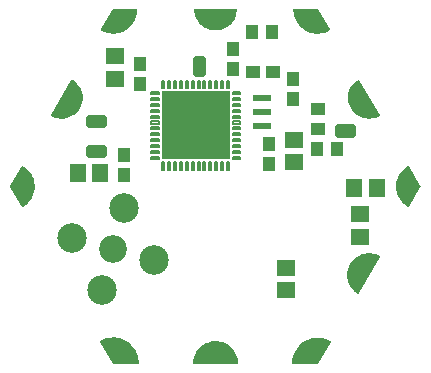
<source format=gbr>
G04 EAGLE Gerber X2 export*
%TF.Part,Single*%
%TF.FileFunction,Soldermask,Bot,1*%
%TF.FilePolarity,Negative*%
%TF.GenerationSoftware,Autodesk,EAGLE,8.6.3*%
%TF.CreationDate,2018-03-24T11:36:11Z*%
G75*
%MOMM*%
%FSLAX34Y34*%
%LPD*%
%AMOC8*
5,1,8,0,0,1.08239X$1,22.5*%
G01*
%ADD10R,1.101600X1.201600*%
%ADD11R,1.601600X1.401600*%
%ADD12C,0.175794*%
%ADD13R,5.801588X5.801588*%
%ADD14R,1.501597X0.501600*%
%ADD15R,1.401600X1.601600*%
%ADD16R,1.201600X1.101600*%
%ADD17C,0.550797*%
%ADD18C,1.101597*%
%ADD19C,2.501600*%
%ADD20C,2.351600*%

G36*
X191682Y-498D02*
X191682Y-498D01*
X191776Y-486D01*
X191792Y-478D01*
X191810Y-475D01*
X191891Y-427D01*
X191975Y-384D01*
X191988Y-370D01*
X192004Y-361D01*
X192063Y-288D01*
X192127Y-218D01*
X192134Y-201D01*
X192145Y-187D01*
X192175Y-98D01*
X192211Y-10D01*
X192212Y10D01*
X192217Y26D01*
X192216Y76D01*
X192222Y177D01*
X191932Y3397D01*
X191925Y3421D01*
X191925Y3422D01*
X191925Y3423D01*
X191921Y3436D01*
X191916Y3492D01*
X191446Y5402D01*
X191431Y5435D01*
X191420Y5483D01*
X190580Y7613D01*
X190571Y7628D01*
X190564Y7649D01*
X189824Y9229D01*
X189805Y9256D01*
X189787Y9297D01*
X188857Y10777D01*
X188836Y10801D01*
X188814Y10838D01*
X187744Y12168D01*
X187737Y12174D01*
X187731Y12183D01*
X186521Y13593D01*
X186487Y13621D01*
X186445Y13668D01*
X184515Y15268D01*
X184486Y15285D01*
X184452Y15314D01*
X181752Y17044D01*
X181707Y17063D01*
X181636Y17103D01*
X179536Y17903D01*
X179516Y17906D01*
X179494Y17917D01*
X177644Y18477D01*
X177607Y18481D01*
X177560Y18496D01*
X174730Y18946D01*
X174688Y18946D01*
X174630Y18954D01*
X172370Y18954D01*
X172347Y18950D01*
X172317Y18952D01*
X170527Y18802D01*
X170498Y18794D01*
X170459Y18793D01*
X168549Y18423D01*
X168514Y18409D01*
X168463Y18399D01*
X166613Y17759D01*
X166601Y17753D01*
X166584Y17749D01*
X164714Y16999D01*
X164684Y16980D01*
X164640Y16964D01*
X162960Y16024D01*
X162935Y16003D01*
X162896Y15982D01*
X161296Y14812D01*
X161275Y14790D01*
X161243Y14769D01*
X159543Y13219D01*
X159520Y13189D01*
X159482Y13155D01*
X157962Y11325D01*
X157948Y11300D01*
X157923Y11272D01*
X156613Y9312D01*
X156600Y9283D01*
X156575Y9248D01*
X155715Y7558D01*
X155703Y7520D01*
X155679Y7472D01*
X154809Y4882D01*
X154803Y4845D01*
X154787Y4798D01*
X154417Y2838D01*
X154416Y2805D01*
X154407Y2764D01*
X154403Y2700D01*
X154386Y2620D01*
X154367Y2534D01*
X154307Y1664D01*
X154308Y1661D01*
X154307Y1659D01*
X154217Y189D01*
X154227Y105D01*
X154229Y20D01*
X154240Y-6D01*
X154243Y-34D01*
X154282Y-109D01*
X154313Y-188D01*
X154332Y-209D01*
X154345Y-234D01*
X154407Y-291D01*
X154465Y-354D01*
X154490Y-367D01*
X154510Y-386D01*
X154589Y-418D01*
X154664Y-456D01*
X154695Y-461D01*
X154718Y-470D01*
X154768Y-472D01*
X154849Y-484D01*
X191589Y-514D01*
X191682Y-498D01*
G37*
G36*
X294160Y58970D02*
X294160Y58970D01*
X294177Y58968D01*
X294269Y58994D01*
X294363Y59014D01*
X294377Y59023D01*
X294393Y59028D01*
X294471Y59083D01*
X294552Y59135D01*
X294563Y59150D01*
X294576Y59159D01*
X294603Y59200D01*
X294669Y59282D01*
X312579Y90152D01*
X312608Y90232D01*
X312644Y90309D01*
X312646Y90337D01*
X312655Y90363D01*
X312654Y90448D01*
X312661Y90533D01*
X312654Y90559D01*
X312653Y90587D01*
X312623Y90667D01*
X312600Y90749D01*
X312583Y90771D01*
X312574Y90797D01*
X312517Y90861D01*
X312467Y90930D01*
X312442Y90947D01*
X312426Y90966D01*
X312382Y90989D01*
X312314Y91037D01*
X310714Y91837D01*
X310685Y91846D01*
X310651Y91865D01*
X308871Y92525D01*
X308842Y92530D01*
X308806Y92545D01*
X306756Y93065D01*
X306731Y93067D01*
X306700Y93076D01*
X305000Y93346D01*
X304965Y93346D01*
X304918Y93354D01*
X303178Y93404D01*
X303157Y93401D01*
X303129Y93404D01*
X301489Y93324D01*
X301464Y93318D01*
X301432Y93318D01*
X299512Y93048D01*
X299483Y93039D01*
X299444Y93035D01*
X297284Y92485D01*
X297247Y92468D01*
X297192Y92454D01*
X294532Y91324D01*
X294492Y91298D01*
X294424Y91265D01*
X292314Y89835D01*
X292295Y89817D01*
X292266Y89799D01*
X290136Y88039D01*
X290106Y88004D01*
X290054Y87958D01*
X288334Y85908D01*
X288316Y85876D01*
X288284Y85839D01*
X286784Y83469D01*
X286769Y83431D01*
X286738Y83382D01*
X285938Y81532D01*
X285929Y81495D01*
X285908Y81447D01*
X285238Y78987D01*
X285236Y78968D01*
X285229Y78947D01*
X284939Y77527D01*
X284938Y77499D01*
X284929Y77463D01*
X284779Y75953D01*
X284781Y75922D01*
X284776Y75883D01*
X284796Y74173D01*
X284800Y74152D01*
X284798Y74127D01*
X284928Y72587D01*
X284934Y72566D01*
X284934Y72538D01*
X285204Y70888D01*
X285217Y70851D01*
X285225Y70798D01*
X285805Y68968D01*
X285813Y68954D01*
X285817Y68935D01*
X286317Y67615D01*
X286330Y67593D01*
X286341Y67560D01*
X286921Y66380D01*
X286931Y66367D01*
X286938Y66348D01*
X287548Y65268D01*
X287564Y65248D01*
X287579Y65218D01*
X288399Y64038D01*
X288411Y64026D01*
X288422Y64007D01*
X289322Y62867D01*
X289347Y62845D01*
X289374Y62809D01*
X290424Y61769D01*
X290434Y61762D01*
X290444Y61750D01*
X291634Y60670D01*
X291653Y60658D01*
X291674Y60637D01*
X292029Y60365D01*
X292029Y60364D01*
X292840Y59742D01*
X292859Y59723D01*
X293139Y59513D01*
X293183Y59491D01*
X293751Y59084D01*
X293837Y59043D01*
X293921Y58998D01*
X293938Y58995D01*
X293953Y58988D01*
X294049Y58980D01*
X294144Y58966D01*
X294160Y58970D01*
G37*
G36*
X107722Y-499D02*
X107722Y-499D01*
X107806Y-492D01*
X107832Y-480D01*
X107861Y-475D01*
X107933Y-432D01*
X108009Y-396D01*
X108029Y-375D01*
X108054Y-361D01*
X108107Y-295D01*
X108166Y-235D01*
X108177Y-209D01*
X108195Y-187D01*
X108222Y-107D01*
X108256Y-30D01*
X108259Y2D01*
X108267Y26D01*
X108266Y75D01*
X108273Y157D01*
X108163Y2047D01*
X108159Y2065D01*
X108159Y2089D01*
X107829Y4719D01*
X107819Y4752D01*
X107814Y4798D01*
X107314Y6738D01*
X107304Y6760D01*
X107298Y6791D01*
X106808Y8181D01*
X106801Y8194D01*
X106796Y8213D01*
X106336Y9323D01*
X106330Y9332D01*
X106326Y9345D01*
X105766Y10565D01*
X105751Y10587D01*
X105738Y10620D01*
X104968Y11940D01*
X104953Y11957D01*
X104940Y11983D01*
X103900Y13473D01*
X103880Y13493D01*
X103860Y13525D01*
X101880Y15815D01*
X101852Y15838D01*
X101820Y15875D01*
X100540Y17005D01*
X100523Y17015D01*
X100507Y17033D01*
X99167Y18063D01*
X99148Y18073D01*
X99128Y18091D01*
X97678Y19041D01*
X97652Y19052D01*
X97622Y19073D01*
X96062Y19883D01*
X96045Y19888D01*
X96026Y19900D01*
X94416Y20610D01*
X94397Y20615D01*
X94375Y20627D01*
X92655Y21247D01*
X92621Y21252D01*
X92578Y21269D01*
X90688Y21689D01*
X90663Y21690D01*
X90632Y21699D01*
X88192Y22019D01*
X88160Y22017D01*
X88116Y22024D01*
X86156Y22044D01*
X86145Y22042D01*
X86131Y22044D01*
X84771Y22004D01*
X84744Y21998D01*
X84707Y21999D01*
X83117Y21789D01*
X83091Y21781D01*
X83057Y21778D01*
X81027Y21308D01*
X81011Y21301D01*
X80988Y21298D01*
X79248Y20778D01*
X79220Y20763D01*
X79179Y20753D01*
X77109Y19863D01*
X77096Y19854D01*
X77076Y19847D01*
X75616Y19117D01*
X75610Y19112D01*
X75602Y19110D01*
X75452Y18998D01*
X75422Y18968D01*
X75366Y18889D01*
X75307Y18811D01*
X75302Y18797D01*
X75293Y18784D01*
X75269Y18690D01*
X75240Y18597D01*
X75241Y18582D01*
X75238Y18567D01*
X75248Y18470D01*
X75253Y18373D01*
X75259Y18357D01*
X75261Y18344D01*
X75282Y18300D01*
X75323Y18199D01*
X86113Y-191D01*
X86120Y-199D01*
X86123Y-208D01*
X86192Y-284D01*
X86259Y-361D01*
X86268Y-366D01*
X86275Y-374D01*
X86366Y-421D01*
X86455Y-470D01*
X86465Y-472D01*
X86474Y-476D01*
X86660Y-504D01*
X107640Y-514D01*
X107722Y-499D01*
G37*
G36*
X173907Y282021D02*
X173907Y282021D01*
X173951Y282020D01*
X176161Y282270D01*
X176187Y282278D01*
X176222Y282280D01*
X178002Y282660D01*
X178030Y282671D01*
X178070Y282678D01*
X179940Y283298D01*
X179966Y283312D01*
X180003Y283323D01*
X181453Y283983D01*
X181474Y283997D01*
X181505Y284009D01*
X183185Y284969D01*
X183214Y284993D01*
X183258Y285019D01*
X185168Y286499D01*
X185195Y286528D01*
X185239Y286562D01*
X186929Y288332D01*
X186947Y288359D01*
X186977Y288389D01*
X188237Y290069D01*
X188251Y290097D01*
X188277Y290130D01*
X189377Y292010D01*
X189391Y292046D01*
X189418Y292091D01*
X190248Y294131D01*
X190255Y294168D01*
X190275Y294217D01*
X190925Y296827D01*
X190927Y296855D01*
X190938Y296891D01*
X191198Y298731D01*
X191197Y298767D01*
X191204Y298814D01*
X191214Y299874D01*
X191203Y299942D01*
X191201Y300011D01*
X191184Y300052D01*
X191177Y300095D01*
X191142Y300155D01*
X191116Y300219D01*
X191086Y300251D01*
X191064Y300289D01*
X191011Y300334D01*
X190964Y300385D01*
X190925Y300405D01*
X190892Y300433D01*
X190826Y300455D01*
X190765Y300487D01*
X190715Y300494D01*
X190680Y300506D01*
X190638Y300506D01*
X190579Y300514D01*
X155759Y300474D01*
X155705Y300465D01*
X155651Y300465D01*
X155596Y300445D01*
X155539Y300434D01*
X155491Y300406D01*
X155440Y300388D01*
X155396Y300350D01*
X155345Y300320D01*
X155311Y300277D01*
X155269Y300242D01*
X155241Y300191D01*
X155204Y300146D01*
X155187Y300094D01*
X155160Y300046D01*
X155151Y299988D01*
X155133Y299933D01*
X155134Y299878D01*
X155126Y299824D01*
X155138Y299755D01*
X155139Y299709D01*
X155151Y299680D01*
X155156Y299652D01*
X155330Y298100D01*
X155334Y298085D01*
X155334Y298065D01*
X155774Y295435D01*
X155789Y295394D01*
X155801Y295332D01*
X156751Y292592D01*
X156774Y292551D01*
X156802Y292481D01*
X158182Y290111D01*
X158201Y290088D01*
X158219Y290054D01*
X159449Y288384D01*
X159476Y288358D01*
X159506Y288317D01*
X161036Y286747D01*
X161062Y286729D01*
X161091Y286697D01*
X162771Y285337D01*
X162791Y285326D01*
X162799Y285317D01*
X162815Y285309D01*
X162838Y285289D01*
X164908Y284019D01*
X164941Y284007D01*
X164980Y283981D01*
X166920Y283111D01*
X166956Y283103D01*
X167000Y283082D01*
X168860Y282532D01*
X168893Y282528D01*
X168935Y282515D01*
X171735Y282045D01*
X171776Y282045D01*
X171834Y282036D01*
X173874Y282016D01*
X173907Y282021D01*
G37*
G36*
X259753Y-482D02*
X259753Y-482D01*
X259765Y-484D01*
X259863Y-462D01*
X259961Y-445D01*
X259972Y-438D01*
X259984Y-435D01*
X260068Y-381D01*
X260154Y-330D01*
X260162Y-321D01*
X260173Y-314D01*
X260289Y-167D01*
X270759Y17993D01*
X270783Y18060D01*
X270816Y18123D01*
X270821Y18165D01*
X270835Y18204D01*
X270835Y18275D01*
X270843Y18346D01*
X270833Y18387D01*
X270833Y18429D01*
X270808Y18495D01*
X270791Y18564D01*
X270768Y18599D01*
X270753Y18638D01*
X270706Y18692D01*
X270666Y18750D01*
X270628Y18780D01*
X270605Y18807D01*
X270567Y18827D01*
X270518Y18865D01*
X268788Y19825D01*
X268759Y19834D01*
X268725Y19855D01*
X266645Y20725D01*
X266612Y20732D01*
X266572Y20751D01*
X264512Y21331D01*
X264479Y21334D01*
X264437Y21347D01*
X262307Y21677D01*
X262291Y21676D01*
X262271Y21681D01*
X260721Y21831D01*
X260698Y21829D01*
X260670Y21834D01*
X258750Y21864D01*
X258720Y21859D01*
X258680Y21861D01*
X256900Y21691D01*
X256875Y21684D01*
X256841Y21683D01*
X255161Y21363D01*
X255146Y21357D01*
X255125Y21355D01*
X253175Y20865D01*
X253149Y20853D01*
X253113Y20846D01*
X251083Y20106D01*
X251057Y20091D01*
X251019Y20079D01*
X248809Y18989D01*
X248784Y18970D01*
X248746Y18953D01*
X246996Y17823D01*
X246976Y17804D01*
X246946Y17787D01*
X245586Y16707D01*
X245568Y16686D01*
X245539Y16666D01*
X244089Y15266D01*
X244075Y15246D01*
X244051Y15225D01*
X243081Y14105D01*
X243068Y14084D01*
X243046Y14061D01*
X241926Y12511D01*
X241917Y12494D01*
X241901Y12474D01*
X241181Y11314D01*
X241176Y11302D01*
X241166Y11289D01*
X240246Y9639D01*
X240238Y9617D01*
X240222Y9591D01*
X239512Y8021D01*
X239502Y7981D01*
X239478Y7927D01*
X238778Y5357D01*
X238777Y5339D01*
X238769Y5319D01*
X238449Y3779D01*
X238448Y3752D01*
X238439Y3719D01*
X238239Y1879D01*
X238241Y1864D01*
X238237Y1846D01*
X238157Y436D01*
X238159Y420D01*
X238156Y400D01*
X238156Y150D01*
X238167Y85D01*
X238169Y19D01*
X238187Y-24D01*
X238195Y-71D01*
X238229Y-128D01*
X238254Y-188D01*
X238285Y-223D01*
X238310Y-264D01*
X238361Y-306D01*
X238405Y-354D01*
X238447Y-376D01*
X238484Y-405D01*
X238546Y-426D01*
X238605Y-457D01*
X238659Y-465D01*
X238696Y-477D01*
X238736Y-476D01*
X238790Y-484D01*
X259740Y-484D01*
X259753Y-482D01*
G37*
G36*
X304211Y207306D02*
X304211Y207306D01*
X304231Y207310D01*
X304256Y207308D01*
X306046Y207468D01*
X306083Y207478D01*
X306134Y207482D01*
X308234Y207972D01*
X308268Y207987D01*
X308316Y207997D01*
X310516Y208837D01*
X310532Y208847D01*
X310554Y208853D01*
X311864Y209453D01*
X311941Y209507D01*
X312020Y209555D01*
X312032Y209570D01*
X312048Y209581D01*
X312102Y209658D01*
X312159Y209731D01*
X312165Y209750D01*
X312177Y209766D01*
X312200Y209856D01*
X312228Y209945D01*
X312228Y209964D01*
X312233Y209983D01*
X312223Y210076D01*
X312219Y210169D01*
X312211Y210189D01*
X312209Y210206D01*
X312187Y210251D01*
X312151Y210344D01*
X295201Y240134D01*
X295164Y240179D01*
X295135Y240229D01*
X295093Y240264D01*
X295058Y240306D01*
X295007Y240335D01*
X294962Y240372D01*
X294910Y240390D01*
X294863Y240417D01*
X294805Y240427D01*
X294750Y240446D01*
X294695Y240445D01*
X294642Y240454D01*
X294584Y240443D01*
X294526Y240442D01*
X294465Y240420D01*
X294421Y240412D01*
X294392Y240394D01*
X294349Y240378D01*
X294219Y240308D01*
X294201Y240294D01*
X294173Y240281D01*
X292673Y239301D01*
X292650Y239279D01*
X292613Y239256D01*
X290953Y237866D01*
X290932Y237841D01*
X290897Y237814D01*
X289537Y236364D01*
X289517Y236333D01*
X289482Y236296D01*
X288422Y234796D01*
X288413Y234777D01*
X288396Y234757D01*
X287506Y233277D01*
X287494Y233244D01*
X287469Y233204D01*
X286539Y231074D01*
X286530Y231039D01*
X286510Y230995D01*
X285810Y228555D01*
X285806Y228517D01*
X285792Y228467D01*
X285502Y226377D01*
X285503Y226339D01*
X285496Y226287D01*
X285506Y224197D01*
X285511Y224169D01*
X285510Y224131D01*
X285750Y221941D01*
X285759Y221909D01*
X285763Y221863D01*
X286243Y219843D01*
X286254Y219818D01*
X286261Y219782D01*
X286881Y217992D01*
X286899Y217960D01*
X286915Y217913D01*
X287805Y216163D01*
X287824Y216137D01*
X287842Y216099D01*
X288972Y214399D01*
X288997Y214372D01*
X289025Y214330D01*
X290835Y212280D01*
X290862Y212259D01*
X290892Y212223D01*
X292102Y211163D01*
X292119Y211153D01*
X292136Y211135D01*
X293306Y210245D01*
X293334Y210231D01*
X293367Y210204D01*
X294787Y209364D01*
X294814Y209354D01*
X294846Y209333D01*
X296246Y208693D01*
X296272Y208687D01*
X296301Y208671D01*
X298451Y207921D01*
X298484Y207916D01*
X298527Y207900D01*
X300577Y207460D01*
X300608Y207459D01*
X300649Y207449D01*
X302399Y207279D01*
X302430Y207281D01*
X302471Y207276D01*
X304211Y207306D01*
G37*
G36*
X45066Y207356D02*
X45066Y207356D01*
X45103Y207364D01*
X45155Y207366D01*
X47115Y207726D01*
X47142Y207736D01*
X47180Y207742D01*
X49040Y208292D01*
X49066Y208305D01*
X49103Y208314D01*
X51153Y209164D01*
X51180Y209182D01*
X51221Y209197D01*
X52981Y210187D01*
X53014Y210214D01*
X53068Y210246D01*
X54918Y211736D01*
X54931Y211751D01*
X54952Y211765D01*
X56082Y212815D01*
X56104Y212846D01*
X56143Y212881D01*
X57333Y214351D01*
X57347Y214377D01*
X57373Y214406D01*
X58623Y216346D01*
X58634Y216374D01*
X58657Y216405D01*
X59527Y218135D01*
X59536Y218166D01*
X59557Y218204D01*
X60287Y220224D01*
X60293Y220265D01*
X60313Y220321D01*
X60813Y222931D01*
X60813Y222960D01*
X60822Y222998D01*
X60992Y225048D01*
X60988Y225093D01*
X60991Y225161D01*
X60751Y227651D01*
X60744Y227678D01*
X60742Y227715D01*
X60322Y229805D01*
X60308Y229841D01*
X60297Y229895D01*
X59517Y232065D01*
X59498Y232098D01*
X59479Y232149D01*
X58539Y233909D01*
X58520Y233934D01*
X58502Y233971D01*
X57292Y235721D01*
X57279Y235734D01*
X57267Y235754D01*
X56427Y236814D01*
X56409Y236830D01*
X56391Y236856D01*
X55331Y237976D01*
X55306Y237994D01*
X55280Y238024D01*
X54030Y239084D01*
X54005Y239099D01*
X53977Y239124D01*
X52477Y240144D01*
X52381Y240187D01*
X52326Y240213D01*
X52094Y240363D01*
X52017Y240395D01*
X51943Y240434D01*
X51914Y240438D01*
X51887Y240449D01*
X51804Y240453D01*
X51721Y240464D01*
X51692Y240457D01*
X51663Y240458D01*
X51584Y240432D01*
X51502Y240414D01*
X51477Y240398D01*
X51450Y240389D01*
X51384Y240337D01*
X51314Y240291D01*
X51294Y240265D01*
X51274Y240249D01*
X51248Y240207D01*
X51199Y240143D01*
X34269Y210363D01*
X34239Y210280D01*
X34203Y210198D01*
X34202Y210174D01*
X34194Y210152D01*
X34195Y210063D01*
X34190Y209974D01*
X34197Y209952D01*
X34198Y209928D01*
X34230Y209845D01*
X34256Y209760D01*
X34271Y209741D01*
X34279Y209719D01*
X34338Y209652D01*
X34392Y209582D01*
X34414Y209567D01*
X34429Y209551D01*
X34473Y209527D01*
X34548Y209477D01*
X35348Y209097D01*
X35367Y209092D01*
X35389Y209079D01*
X37899Y208099D01*
X37932Y208093D01*
X37972Y208076D01*
X39802Y207606D01*
X39836Y207603D01*
X39881Y207591D01*
X41711Y207361D01*
X41734Y207362D01*
X41762Y207356D01*
X43332Y207286D01*
X43356Y207290D01*
X43386Y207286D01*
X45066Y207356D01*
G37*
G36*
X260038Y279301D02*
X260038Y279301D01*
X260078Y279298D01*
X262568Y279488D01*
X262599Y279496D01*
X262640Y279497D01*
X264710Y279897D01*
X264746Y279911D01*
X264797Y279921D01*
X267547Y280871D01*
X267579Y280888D01*
X267626Y280904D01*
X269926Y282064D01*
X269992Y282114D01*
X270063Y282157D01*
X270081Y282181D01*
X270105Y282199D01*
X270150Y282269D01*
X270201Y282334D01*
X270210Y282362D01*
X270226Y282387D01*
X270244Y282468D01*
X270269Y282548D01*
X270267Y282578D01*
X270274Y282607D01*
X270262Y282689D01*
X270258Y282772D01*
X270246Y282803D01*
X270242Y282829D01*
X270219Y282872D01*
X270190Y282946D01*
X260280Y300166D01*
X260272Y300176D01*
X260267Y300188D01*
X260200Y300261D01*
X260135Y300338D01*
X260124Y300344D01*
X260115Y300354D01*
X260027Y300399D01*
X259940Y300449D01*
X259927Y300451D01*
X259916Y300456D01*
X259731Y300484D01*
X239761Y300504D01*
X239668Y300488D01*
X239575Y300477D01*
X239559Y300468D01*
X239540Y300465D01*
X239459Y300417D01*
X239376Y300375D01*
X239363Y300361D01*
X239346Y300351D01*
X239287Y300278D01*
X239224Y300209D01*
X239217Y300192D01*
X239205Y300177D01*
X239175Y300088D01*
X239140Y300001D01*
X239138Y299980D01*
X239133Y299964D01*
X239134Y299914D01*
X239128Y299814D01*
X239180Y299231D01*
X239179Y299210D01*
X239219Y298790D01*
X239221Y298783D01*
X239399Y296968D01*
X239406Y296943D01*
X239407Y296909D01*
X239797Y294909D01*
X239808Y294882D01*
X239813Y294846D01*
X240523Y292506D01*
X240540Y292473D01*
X240555Y292423D01*
X241375Y290653D01*
X241382Y290643D01*
X241387Y290628D01*
X242307Y288858D01*
X242334Y288823D01*
X242363Y288769D01*
X243793Y286869D01*
X243805Y286858D01*
X243815Y286841D01*
X244725Y285761D01*
X244750Y285740D01*
X244777Y285706D01*
X246417Y284176D01*
X246433Y284166D01*
X246449Y284148D01*
X247799Y283048D01*
X247832Y283030D01*
X247873Y282997D01*
X249913Y281767D01*
X249937Y281757D01*
X249965Y281738D01*
X251505Y280998D01*
X251531Y280991D01*
X251561Y280975D01*
X253871Y280125D01*
X253901Y280120D01*
X253938Y280104D01*
X255758Y279654D01*
X255787Y279652D01*
X255823Y279642D01*
X257693Y279382D01*
X257721Y279383D01*
X257757Y279376D01*
X260007Y279296D01*
X260038Y279301D01*
G37*
G36*
X87787Y279321D02*
X87787Y279321D01*
X87831Y279320D01*
X89861Y279550D01*
X89883Y279556D01*
X89911Y279557D01*
X91611Y279887D01*
X91640Y279899D01*
X91682Y279906D01*
X94642Y280846D01*
X94682Y280867D01*
X94746Y280889D01*
X97036Y282099D01*
X97058Y282117D01*
X97091Y282132D01*
X99541Y283762D01*
X99573Y283792D01*
X99624Y283828D01*
X101934Y285998D01*
X101960Y286033D01*
X102006Y286077D01*
X103696Y288307D01*
X103709Y288334D01*
X103734Y288364D01*
X105054Y290564D01*
X105067Y290598D01*
X105094Y290642D01*
X106094Y292992D01*
X106102Y293030D01*
X106124Y293081D01*
X106814Y295751D01*
X106816Y295783D01*
X106828Y295824D01*
X107068Y297574D01*
X107068Y297592D01*
X107073Y297614D01*
X107233Y299834D01*
X107223Y299923D01*
X107221Y300011D01*
X107211Y300033D01*
X107209Y300058D01*
X107169Y300137D01*
X107136Y300219D01*
X107120Y300237D01*
X107109Y300258D01*
X107044Y300319D01*
X106984Y300384D01*
X106963Y300395D01*
X106945Y300412D01*
X106864Y300446D01*
X106785Y300487D01*
X106758Y300491D01*
X106739Y300499D01*
X106688Y300501D01*
X106599Y300514D01*
X86649Y300494D01*
X86635Y300492D01*
X86620Y300494D01*
X86524Y300472D01*
X86429Y300454D01*
X86416Y300447D01*
X86401Y300443D01*
X86319Y300390D01*
X86236Y300340D01*
X86226Y300328D01*
X86213Y300320D01*
X86098Y300172D01*
X76298Y282852D01*
X76279Y282798D01*
X76251Y282747D01*
X76242Y282693D01*
X76224Y282641D01*
X76225Y282583D01*
X76216Y282526D01*
X76227Y282472D01*
X76228Y282416D01*
X76249Y282363D01*
X76261Y282306D01*
X76290Y282259D01*
X76310Y282207D01*
X76349Y282164D01*
X76379Y282115D01*
X76430Y282073D01*
X76460Y282040D01*
X76489Y282025D01*
X76524Y281996D01*
X76724Y281876D01*
X76743Y281869D01*
X76763Y281854D01*
X77533Y281464D01*
X77557Y281457D01*
X77583Y281442D01*
X79543Y280652D01*
X79559Y280649D01*
X79576Y280639D01*
X81286Y280059D01*
X81312Y280056D01*
X81343Y280043D01*
X83573Y279513D01*
X83613Y279511D01*
X83668Y279498D01*
X85628Y279338D01*
X85649Y279340D01*
X85674Y279336D01*
X87754Y279316D01*
X87787Y279321D01*
G37*
G36*
X9870Y132513D02*
X9870Y132513D01*
X9962Y132526D01*
X9982Y132535D01*
X9999Y132539D01*
X10042Y132565D01*
X10130Y132608D01*
X11254Y133383D01*
X12637Y134289D01*
X12670Y134320D01*
X12723Y134357D01*
X14753Y136257D01*
X14780Y136293D01*
X14827Y136339D01*
X16247Y138229D01*
X16250Y138236D01*
X16257Y138242D01*
X17587Y140112D01*
X17607Y140155D01*
X17647Y140216D01*
X18677Y142466D01*
X18686Y142501D01*
X18707Y142547D01*
X19657Y145697D01*
X19661Y145731D01*
X19676Y145775D01*
X20056Y148045D01*
X20055Y148075D01*
X20063Y148113D01*
X20193Y150363D01*
X20188Y150402D01*
X20192Y150457D01*
X19922Y153437D01*
X19911Y153475D01*
X19907Y153528D01*
X19377Y155738D01*
X19359Y155778D01*
X19343Y155839D01*
X17923Y159169D01*
X17906Y159195D01*
X17891Y159235D01*
X16851Y161055D01*
X16824Y161087D01*
X16794Y161138D01*
X14734Y163698D01*
X14702Y163725D01*
X14663Y163772D01*
X13123Y165152D01*
X13107Y165162D01*
X13091Y165180D01*
X11351Y166540D01*
X11324Y166554D01*
X11295Y166579D01*
X10145Y167293D01*
X10122Y167319D01*
X10097Y167332D01*
X10077Y167351D01*
X9999Y167384D01*
X9924Y167424D01*
X9896Y167428D01*
X9870Y167439D01*
X9786Y167442D01*
X9702Y167454D01*
X9674Y167447D01*
X9646Y167449D01*
X9565Y167423D01*
X9483Y167404D01*
X9459Y167389D01*
X9432Y167380D01*
X9330Y167305D01*
X9295Y167282D01*
X9289Y167274D01*
X9282Y167268D01*
X9272Y167258D01*
X9257Y167237D01*
X9237Y167221D01*
X9207Y167170D01*
X9179Y167134D01*
X9151Y167086D01*
X9143Y167074D01*
X9142Y167070D01*
X-401Y150334D01*
X-404Y150326D01*
X-410Y150319D01*
X-442Y150220D01*
X-476Y150123D01*
X-476Y150114D01*
X-479Y150105D01*
X-474Y150001D01*
X-472Y149898D01*
X-469Y149890D01*
X-469Y149881D01*
X-401Y149706D01*
X9219Y132816D01*
X9278Y132745D01*
X9333Y132670D01*
X9350Y132659D01*
X9363Y132644D01*
X9443Y132598D01*
X9521Y132547D01*
X9540Y132542D01*
X9557Y132532D01*
X9649Y132517D01*
X9740Y132496D01*
X9759Y132499D01*
X9779Y132496D01*
X9870Y132513D01*
G37*
G36*
X336742Y132574D02*
X336742Y132574D01*
X336776Y132573D01*
X336851Y132599D01*
X336928Y132616D01*
X336956Y132635D01*
X336988Y132646D01*
X337049Y132696D01*
X337116Y132739D01*
X337139Y132769D01*
X337162Y132788D01*
X337186Y132829D01*
X337231Y132886D01*
X346801Y149706D01*
X346805Y149716D01*
X346811Y149724D01*
X346842Y149821D01*
X346876Y149918D01*
X346876Y149928D01*
X346879Y149937D01*
X346874Y150040D01*
X346872Y150142D01*
X346869Y150151D01*
X346868Y150161D01*
X346800Y150336D01*
X337140Y167146D01*
X337136Y167150D01*
X337135Y167154D01*
X337131Y167158D01*
X337127Y167167D01*
X337060Y167241D01*
X336995Y167318D01*
X336985Y167324D01*
X336976Y167333D01*
X336888Y167379D01*
X336800Y167428D01*
X336788Y167430D01*
X336777Y167436D01*
X336678Y167448D01*
X336579Y167464D01*
X336567Y167462D01*
X336554Y167463D01*
X336371Y167425D01*
X336181Y167355D01*
X336138Y167330D01*
X336044Y167285D01*
X334864Y166485D01*
X334858Y166479D01*
X334847Y166473D01*
X333607Y165573D01*
X333580Y165545D01*
X333537Y165514D01*
X331747Y163764D01*
X331730Y163740D01*
X331701Y163714D01*
X330211Y161914D01*
X330198Y161890D01*
X330174Y161864D01*
X328674Y159634D01*
X328656Y159594D01*
X328622Y159541D01*
X327652Y157391D01*
X327646Y157366D01*
X327631Y157338D01*
X326931Y155318D01*
X326924Y155278D01*
X326906Y155224D01*
X326516Y153084D01*
X326516Y153057D01*
X326508Y153023D01*
X326268Y150173D01*
X326271Y150143D01*
X326266Y150102D01*
X326336Y147612D01*
X326346Y147566D01*
X326351Y147491D01*
X327081Y144241D01*
X327095Y144209D01*
X327104Y144164D01*
X328054Y141544D01*
X328077Y141504D01*
X328104Y141438D01*
X329544Y138998D01*
X329565Y138973D01*
X329585Y138936D01*
X331165Y136856D01*
X331190Y136834D01*
X331216Y136797D01*
X332806Y135167D01*
X332833Y135148D01*
X332864Y135115D01*
X334414Y133875D01*
X334442Y133860D01*
X334474Y133832D01*
X336344Y132662D01*
X336417Y132633D01*
X336487Y132596D01*
X336520Y132591D01*
X336552Y132579D01*
X336631Y132577D01*
X336709Y132566D01*
X336742Y132574D01*
G37*
D10*
X238895Y224050D03*
X238895Y241050D03*
D11*
X239572Y170600D03*
X239572Y189600D03*
D10*
X258889Y181496D03*
X275889Y181496D03*
D12*
X187807Y228183D02*
X187807Y229941D01*
X194065Y229941D01*
X194065Y228183D01*
X187807Y228183D01*
X187807Y229940D02*
X194065Y229940D01*
X187807Y224941D02*
X187807Y223183D01*
X187807Y224941D02*
X194065Y224941D01*
X194065Y223183D01*
X187807Y223183D01*
X187807Y224940D02*
X194065Y224940D01*
X187807Y219941D02*
X187807Y218183D01*
X187807Y219941D02*
X194065Y219941D01*
X194065Y218183D01*
X187807Y218183D01*
X187807Y219940D02*
X194065Y219940D01*
X187807Y214941D02*
X187807Y213183D01*
X187807Y214941D02*
X194065Y214941D01*
X194065Y213183D01*
X187807Y213183D01*
X187807Y214940D02*
X194065Y214940D01*
X187807Y209941D02*
X187807Y208183D01*
X187807Y209941D02*
X194065Y209941D01*
X194065Y208183D01*
X187807Y208183D01*
X187807Y209940D02*
X194065Y209940D01*
X187807Y204941D02*
X187807Y203183D01*
X187807Y204941D02*
X194065Y204941D01*
X194065Y203183D01*
X187807Y203183D01*
X187807Y204940D02*
X194065Y204940D01*
X187807Y199941D02*
X187807Y198183D01*
X187807Y199941D02*
X194065Y199941D01*
X194065Y198183D01*
X187807Y198183D01*
X187807Y199940D02*
X194065Y199940D01*
X187807Y194941D02*
X187807Y193183D01*
X187807Y194941D02*
X194065Y194941D01*
X194065Y193183D01*
X187807Y193183D01*
X187807Y194940D02*
X194065Y194940D01*
X187807Y189941D02*
X187807Y188183D01*
X187807Y189941D02*
X194065Y189941D01*
X194065Y188183D01*
X187807Y188183D01*
X187807Y189940D02*
X194065Y189940D01*
X187807Y184941D02*
X187807Y183183D01*
X187807Y184941D02*
X194065Y184941D01*
X194065Y183183D01*
X187807Y183183D01*
X187807Y184940D02*
X194065Y184940D01*
X187807Y179941D02*
X187807Y178183D01*
X187807Y179941D02*
X194065Y179941D01*
X194065Y178183D01*
X187807Y178183D01*
X187807Y179940D02*
X194065Y179940D01*
X187807Y174941D02*
X187807Y173183D01*
X187807Y174941D02*
X194065Y174941D01*
X194065Y173183D01*
X187807Y173183D01*
X187807Y174940D02*
X194065Y174940D01*
X184815Y170191D02*
X183057Y170191D01*
X184815Y170191D02*
X184815Y163933D01*
X183057Y163933D01*
X183057Y170191D01*
X183057Y165690D02*
X184815Y165690D01*
X184815Y167447D02*
X183057Y167447D01*
X183057Y169204D02*
X184815Y169204D01*
X179815Y170191D02*
X178057Y170191D01*
X179815Y170191D02*
X179815Y163933D01*
X178057Y163933D01*
X178057Y170191D01*
X178057Y165690D02*
X179815Y165690D01*
X179815Y167447D02*
X178057Y167447D01*
X178057Y169204D02*
X179815Y169204D01*
X174815Y170191D02*
X173057Y170191D01*
X174815Y170191D02*
X174815Y163933D01*
X173057Y163933D01*
X173057Y170191D01*
X173057Y165690D02*
X174815Y165690D01*
X174815Y167447D02*
X173057Y167447D01*
X173057Y169204D02*
X174815Y169204D01*
X169815Y170191D02*
X168057Y170191D01*
X169815Y170191D02*
X169815Y163933D01*
X168057Y163933D01*
X168057Y170191D01*
X168057Y165690D02*
X169815Y165690D01*
X169815Y167447D02*
X168057Y167447D01*
X168057Y169204D02*
X169815Y169204D01*
X164815Y170191D02*
X163057Y170191D01*
X164815Y170191D02*
X164815Y163933D01*
X163057Y163933D01*
X163057Y170191D01*
X163057Y165690D02*
X164815Y165690D01*
X164815Y167447D02*
X163057Y167447D01*
X163057Y169204D02*
X164815Y169204D01*
X159815Y170191D02*
X158057Y170191D01*
X159815Y170191D02*
X159815Y163933D01*
X158057Y163933D01*
X158057Y170191D01*
X158057Y165690D02*
X159815Y165690D01*
X159815Y167447D02*
X158057Y167447D01*
X158057Y169204D02*
X159815Y169204D01*
X154815Y170191D02*
X153057Y170191D01*
X154815Y170191D02*
X154815Y163933D01*
X153057Y163933D01*
X153057Y170191D01*
X153057Y165690D02*
X154815Y165690D01*
X154815Y167447D02*
X153057Y167447D01*
X153057Y169204D02*
X154815Y169204D01*
X149815Y170191D02*
X148057Y170191D01*
X149815Y170191D02*
X149815Y163933D01*
X148057Y163933D01*
X148057Y170191D01*
X148057Y165690D02*
X149815Y165690D01*
X149815Y167447D02*
X148057Y167447D01*
X148057Y169204D02*
X149815Y169204D01*
X144815Y170191D02*
X143057Y170191D01*
X144815Y170191D02*
X144815Y163933D01*
X143057Y163933D01*
X143057Y170191D01*
X143057Y165690D02*
X144815Y165690D01*
X144815Y167447D02*
X143057Y167447D01*
X143057Y169204D02*
X144815Y169204D01*
X139815Y170191D02*
X138057Y170191D01*
X139815Y170191D02*
X139815Y163933D01*
X138057Y163933D01*
X138057Y170191D01*
X138057Y165690D02*
X139815Y165690D01*
X139815Y167447D02*
X138057Y167447D01*
X138057Y169204D02*
X139815Y169204D01*
X134815Y170191D02*
X133057Y170191D01*
X134815Y170191D02*
X134815Y163933D01*
X133057Y163933D01*
X133057Y170191D01*
X133057Y165690D02*
X134815Y165690D01*
X134815Y167447D02*
X133057Y167447D01*
X133057Y169204D02*
X134815Y169204D01*
X129815Y170191D02*
X128057Y170191D01*
X129815Y170191D02*
X129815Y163933D01*
X128057Y163933D01*
X128057Y170191D01*
X128057Y165690D02*
X129815Y165690D01*
X129815Y167447D02*
X128057Y167447D01*
X128057Y169204D02*
X129815Y169204D01*
X125065Y173183D02*
X125065Y174941D01*
X125065Y173183D02*
X118807Y173183D01*
X118807Y174941D01*
X125065Y174941D01*
X125065Y174940D02*
X118807Y174940D01*
X125065Y178183D02*
X125065Y179941D01*
X125065Y178183D02*
X118807Y178183D01*
X118807Y179941D01*
X125065Y179941D01*
X125065Y179940D02*
X118807Y179940D01*
X125065Y183183D02*
X125065Y184941D01*
X125065Y183183D02*
X118807Y183183D01*
X118807Y184941D01*
X125065Y184941D01*
X125065Y184940D02*
X118807Y184940D01*
X125065Y188183D02*
X125065Y189941D01*
X125065Y188183D02*
X118807Y188183D01*
X118807Y189941D01*
X125065Y189941D01*
X125065Y189940D02*
X118807Y189940D01*
X125065Y193183D02*
X125065Y194941D01*
X125065Y193183D02*
X118807Y193183D01*
X118807Y194941D01*
X125065Y194941D01*
X125065Y194940D02*
X118807Y194940D01*
X125065Y198183D02*
X125065Y199941D01*
X125065Y198183D02*
X118807Y198183D01*
X118807Y199941D01*
X125065Y199941D01*
X125065Y199940D02*
X118807Y199940D01*
X125065Y203183D02*
X125065Y204941D01*
X125065Y203183D02*
X118807Y203183D01*
X118807Y204941D01*
X125065Y204941D01*
X125065Y204940D02*
X118807Y204940D01*
X125065Y208183D02*
X125065Y209941D01*
X125065Y208183D02*
X118807Y208183D01*
X118807Y209941D01*
X125065Y209941D01*
X125065Y209940D02*
X118807Y209940D01*
X125065Y213183D02*
X125065Y214941D01*
X125065Y213183D02*
X118807Y213183D01*
X118807Y214941D01*
X125065Y214941D01*
X125065Y214940D02*
X118807Y214940D01*
X125065Y218183D02*
X125065Y219941D01*
X125065Y218183D02*
X118807Y218183D01*
X118807Y219941D01*
X125065Y219941D01*
X125065Y219940D02*
X118807Y219940D01*
X125065Y223183D02*
X125065Y224941D01*
X125065Y223183D02*
X118807Y223183D01*
X118807Y224941D01*
X125065Y224941D01*
X125065Y224940D02*
X118807Y224940D01*
X125065Y228183D02*
X125065Y229941D01*
X125065Y228183D02*
X118807Y228183D01*
X118807Y229941D01*
X125065Y229941D01*
X125065Y229940D02*
X118807Y229940D01*
X128057Y232933D02*
X129815Y232933D01*
X128057Y232933D02*
X128057Y239191D01*
X129815Y239191D01*
X129815Y232933D01*
X129815Y234690D02*
X128057Y234690D01*
X128057Y236447D02*
X129815Y236447D01*
X129815Y238204D02*
X128057Y238204D01*
X133057Y232933D02*
X134815Y232933D01*
X133057Y232933D02*
X133057Y239191D01*
X134815Y239191D01*
X134815Y232933D01*
X134815Y234690D02*
X133057Y234690D01*
X133057Y236447D02*
X134815Y236447D01*
X134815Y238204D02*
X133057Y238204D01*
X138057Y232933D02*
X139815Y232933D01*
X138057Y232933D02*
X138057Y239191D01*
X139815Y239191D01*
X139815Y232933D01*
X139815Y234690D02*
X138057Y234690D01*
X138057Y236447D02*
X139815Y236447D01*
X139815Y238204D02*
X138057Y238204D01*
X143057Y232933D02*
X144815Y232933D01*
X143057Y232933D02*
X143057Y239191D01*
X144815Y239191D01*
X144815Y232933D01*
X144815Y234690D02*
X143057Y234690D01*
X143057Y236447D02*
X144815Y236447D01*
X144815Y238204D02*
X143057Y238204D01*
X148057Y232933D02*
X149815Y232933D01*
X148057Y232933D02*
X148057Y239191D01*
X149815Y239191D01*
X149815Y232933D01*
X149815Y234690D02*
X148057Y234690D01*
X148057Y236447D02*
X149815Y236447D01*
X149815Y238204D02*
X148057Y238204D01*
X153057Y232933D02*
X154815Y232933D01*
X153057Y232933D02*
X153057Y239191D01*
X154815Y239191D01*
X154815Y232933D01*
X154815Y234690D02*
X153057Y234690D01*
X153057Y236447D02*
X154815Y236447D01*
X154815Y238204D02*
X153057Y238204D01*
X158057Y232933D02*
X159815Y232933D01*
X158057Y232933D02*
X158057Y239191D01*
X159815Y239191D01*
X159815Y232933D01*
X159815Y234690D02*
X158057Y234690D01*
X158057Y236447D02*
X159815Y236447D01*
X159815Y238204D02*
X158057Y238204D01*
X163057Y232933D02*
X164815Y232933D01*
X163057Y232933D02*
X163057Y239191D01*
X164815Y239191D01*
X164815Y232933D01*
X164815Y234690D02*
X163057Y234690D01*
X163057Y236447D02*
X164815Y236447D01*
X164815Y238204D02*
X163057Y238204D01*
X168057Y232933D02*
X169815Y232933D01*
X168057Y232933D02*
X168057Y239191D01*
X169815Y239191D01*
X169815Y232933D01*
X169815Y234690D02*
X168057Y234690D01*
X168057Y236447D02*
X169815Y236447D01*
X169815Y238204D02*
X168057Y238204D01*
X173057Y232933D02*
X174815Y232933D01*
X173057Y232933D02*
X173057Y239191D01*
X174815Y239191D01*
X174815Y232933D01*
X174815Y234690D02*
X173057Y234690D01*
X173057Y236447D02*
X174815Y236447D01*
X174815Y238204D02*
X173057Y238204D01*
X178057Y232933D02*
X179815Y232933D01*
X178057Y232933D02*
X178057Y239191D01*
X179815Y239191D01*
X179815Y232933D01*
X179815Y234690D02*
X178057Y234690D01*
X178057Y236447D02*
X179815Y236447D01*
X179815Y238204D02*
X178057Y238204D01*
X183057Y232933D02*
X184815Y232933D01*
X183057Y232933D02*
X183057Y239191D01*
X184815Y239191D01*
X184815Y232933D01*
X184815Y234690D02*
X183057Y234690D01*
X183057Y236447D02*
X184815Y236447D01*
X184815Y238204D02*
X183057Y238204D01*
D13*
X156436Y201562D03*
D14*
X213010Y224992D03*
X213010Y212992D03*
X213010Y200992D03*
D10*
X221504Y280810D03*
X204504Y280810D03*
D11*
X88618Y241277D03*
X88618Y260277D03*
D15*
X75766Y161684D03*
X56766Y161684D03*
D10*
X218920Y169086D03*
X218920Y186086D03*
X109446Y236242D03*
X109446Y253242D03*
X95730Y176788D03*
X95730Y159788D03*
X188186Y248942D03*
X188186Y265942D03*
D16*
X205086Y246520D03*
X222086Y246520D03*
X259814Y215650D03*
X259814Y198650D03*
D17*
X77862Y182726D02*
X66354Y182726D01*
X77862Y182726D02*
X77862Y177218D01*
X66354Y177218D01*
X66354Y182726D01*
X66354Y182725D02*
X77862Y182725D01*
X77862Y208126D02*
X66354Y208126D01*
X77862Y208126D02*
X77862Y202618D01*
X66354Y202618D01*
X66354Y208126D01*
X66354Y208125D02*
X77862Y208125D01*
X161984Y246100D02*
X161984Y257608D01*
X161984Y246100D02*
X156476Y246100D01*
X156476Y257608D01*
X161984Y257608D01*
X161984Y251607D02*
X156476Y251607D01*
X156476Y257114D02*
X161984Y257114D01*
X277174Y199998D02*
X288682Y199998D01*
X288682Y194490D01*
X277174Y194490D01*
X277174Y199998D01*
X277174Y199997D02*
X288682Y199997D01*
D11*
X232890Y81014D03*
X232890Y62014D03*
X295882Y107226D03*
X295882Y126226D03*
D15*
X290954Y148730D03*
X309954Y148730D03*
D18*
X336500Y149800D03*
X296500Y78800D03*
X255500Y7800D03*
X173500Y7800D03*
X91500Y7800D03*
X9500Y149800D03*
X50500Y220800D03*
X91500Y291800D03*
X173500Y291800D03*
X255500Y292800D03*
X296500Y220800D03*
D19*
X95883Y131357D03*
X51889Y105957D03*
X121283Y87363D03*
X77289Y61963D03*
D20*
X86586Y96660D03*
M02*

</source>
